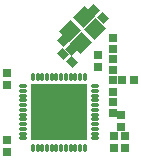
<source format=gts>
%FSLAX24Y24*%
%MOIN*%
G70*
G01*
G75*
G04 Layer_Color=8388736*
%ADD10R,0.0197X0.0256*%
%ADD11R,0.0197X0.0236*%
%ADD12R,0.0236X0.0197*%
%ADD13R,0.0400X0.0370*%
G04:AMPARAMS|DCode=14|XSize=47.2mil|YSize=43.3mil|CornerRadius=0mil|HoleSize=0mil|Usage=FLASHONLY|Rotation=225.000|XOffset=0mil|YOffset=0mil|HoleType=Round|Shape=Rectangle|*
%AMROTATEDRECTD14*
4,1,4,0.0014,0.0320,0.0320,0.0014,-0.0014,-0.0320,-0.0320,-0.0014,0.0014,0.0320,0.0*
%
%ADD14ROTATEDRECTD14*%

%ADD15O,0.0256X0.0079*%
%ADD16O,0.0079X0.0256*%
%ADD17R,0.1850X0.1850*%
G04:AMPARAMS|DCode=18|XSize=19.7mil|YSize=23.6mil|CornerRadius=0mil|HoleSize=0mil|Usage=FLASHONLY|Rotation=225.000|XOffset=0mil|YOffset=0mil|HoleType=Round|Shape=Rectangle|*
%AMROTATEDRECTD18*
4,1,4,-0.0014,0.0153,0.0153,-0.0014,0.0014,-0.0153,-0.0153,0.0014,-0.0014,0.0153,0.0*
%
%ADD18ROTATEDRECTD18*%

%ADD19C,0.0080*%
%ADD20C,0.0370*%
%ADD21C,0.0090*%
%ADD22C,0.0060*%
%ADD23C,0.0240*%
%ADD24C,0.0260*%
%ADD25C,0.0098*%
%ADD26C,0.0079*%
%ADD27C,0.0050*%
%ADD28R,0.0257X0.0316*%
%ADD29R,0.0257X0.0296*%
%ADD30R,0.0296X0.0257*%
G04:AMPARAMS|DCode=31|XSize=53.2mil|YSize=49.3mil|CornerRadius=0mil|HoleSize=0mil|Usage=FLASHONLY|Rotation=225.000|XOffset=0mil|YOffset=0mil|HoleType=Round|Shape=Rectangle|*
%AMROTATEDRECTD31*
4,1,4,0.0014,0.0363,0.0363,0.0014,-0.0014,-0.0363,-0.0363,-0.0014,0.0014,0.0363,0.0*
%
%ADD31ROTATEDRECTD31*%

%ADD32O,0.0316X0.0139*%
%ADD33O,0.0139X0.0316*%
%ADD34R,0.1910X0.1910*%
G04:AMPARAMS|DCode=35|XSize=25.7mil|YSize=29.6mil|CornerRadius=0mil|HoleSize=0mil|Usage=FLASHONLY|Rotation=225.000|XOffset=0mil|YOffset=0mil|HoleType=Round|Shape=Rectangle|*
%AMROTATEDRECTD35*
4,1,4,-0.0014,0.0196,0.0196,-0.0014,0.0014,-0.0196,-0.0196,0.0014,-0.0014,0.0196,0.0*
%
%ADD35ROTATEDRECTD35*%

D28*
X1790Y1767D02*
D03*
Y1393D02*
D03*
X2070Y-103D02*
D03*
Y-477D02*
D03*
X1790Y347D02*
D03*
Y-27D02*
D03*
D29*
Y2487D02*
D03*
Y2093D02*
D03*
Y1067D02*
D03*
Y673D02*
D03*
X2220Y-1197D02*
D03*
Y-803D02*
D03*
X1840D02*
D03*
Y-1197D02*
D03*
X-1720Y-923D02*
D03*
Y-1317D02*
D03*
X1290Y1523D02*
D03*
Y1917D02*
D03*
X-1720Y921D02*
D03*
Y1315D02*
D03*
D30*
X2497Y1090D02*
D03*
X2103D02*
D03*
D31*
X1221Y2782D02*
D03*
X832Y3171D02*
D03*
X748Y2308D02*
D03*
X358Y2698D02*
D03*
D32*
X-1191Y866D02*
D03*
Y709D02*
D03*
Y551D02*
D03*
Y394D02*
D03*
Y236D02*
D03*
Y79D02*
D03*
Y-79D02*
D03*
Y-236D02*
D03*
Y-394D02*
D03*
Y-551D02*
D03*
Y-709D02*
D03*
Y-866D02*
D03*
X1191D02*
D03*
Y-709D02*
D03*
Y-551D02*
D03*
Y-394D02*
D03*
Y-236D02*
D03*
Y-79D02*
D03*
Y79D02*
D03*
Y236D02*
D03*
Y394D02*
D03*
Y551D02*
D03*
Y709D02*
D03*
Y866D02*
D03*
D33*
X-866Y-1191D02*
D03*
X-709D02*
D03*
X-551D02*
D03*
X-394D02*
D03*
X-236D02*
D03*
X-79D02*
D03*
X79D02*
D03*
X236D02*
D03*
X394D02*
D03*
X551D02*
D03*
X709D02*
D03*
X866D02*
D03*
Y1191D02*
D03*
X709D02*
D03*
X551D02*
D03*
X394D02*
D03*
X236D02*
D03*
X79D02*
D03*
X-79D02*
D03*
X-236D02*
D03*
X-394D02*
D03*
X-551D02*
D03*
X-709D02*
D03*
X-866D02*
D03*
D34*
X-0Y0D02*
D03*
D35*
X429Y1661D02*
D03*
X151Y1939D02*
D03*
X409Y2081D02*
D03*
X131Y2359D02*
D03*
X1181Y3409D02*
D03*
X1459Y3131D02*
D03*
M02*

</source>
